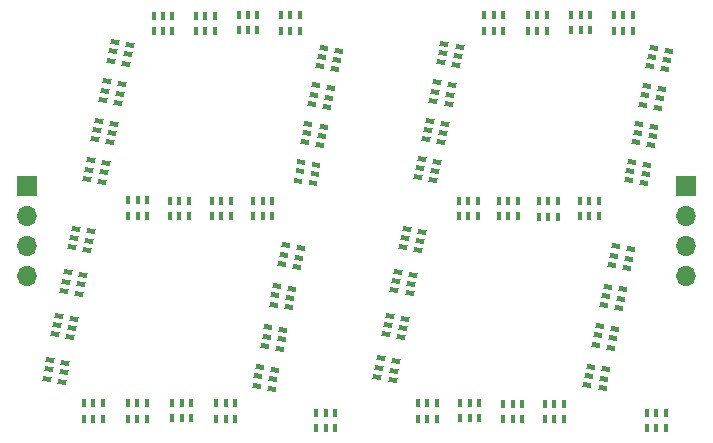
<source format=gbr>
%TF.GenerationSoftware,KiCad,Pcbnew,(6.0.7)*%
%TF.CreationDate,2024-10-25T16:04:42-07:00*%
%TF.ProjectId,segment_blinky,7365676d-656e-4745-9f62-6c696e6b792e,rev?*%
%TF.SameCoordinates,Original*%
%TF.FileFunction,Soldermask,Top*%
%TF.FilePolarity,Negative*%
%FSLAX46Y46*%
G04 Gerber Fmt 4.6, Leading zero omitted, Abs format (unit mm)*
G04 Created by KiCad (PCBNEW (6.0.7)) date 2024-10-25 16:04:42*
%MOMM*%
%LPD*%
G01*
G04 APERTURE LIST*
G04 Aperture macros list*
%AMRotRect*
0 Rectangle, with rotation*
0 The origin of the aperture is its center*
0 $1 length*
0 $2 width*
0 $3 Rotation angle, in degrees counterclockwise*
0 Add horizontal line*
21,1,$1,$2,0,0,$3*%
G04 Aperture macros list end*
%ADD10RotRect,0.700000X0.400000X169.000000*%
%ADD11RotRect,0.700000X0.400000X349.000000*%
%ADD12R,0.400000X0.700000*%
%ADD13RotRect,0.700000X0.400000X170.000000*%
%ADD14R,1.700000X1.700000*%
%ADD15O,1.700000X1.700000*%
G04 APERTURE END LIST*
D10*
%TO.C,D7*%
X125834227Y-57711135D03*
X124558112Y-57463083D03*
X125681580Y-58496437D03*
X124405464Y-58248385D03*
X124252817Y-59033687D03*
X125528932Y-59281739D03*
%TD*%
%TO.C,D6*%
X126503754Y-54533751D03*
X125227639Y-54285699D03*
X126351107Y-55319053D03*
X125074991Y-55071001D03*
X124922344Y-55856303D03*
X126198459Y-56104355D03*
%TD*%
%TO.C,D42*%
X149859470Y-78098085D03*
X148583355Y-77850033D03*
X149706823Y-78883387D03*
X148430707Y-78635335D03*
X148278060Y-79420637D03*
X149554175Y-79668689D03*
%TD*%
%TO.C,D36*%
X154422823Y-54541747D03*
X153146708Y-54293695D03*
X154270176Y-55327049D03*
X152994060Y-55078997D03*
X152841413Y-55864299D03*
X154117528Y-56112351D03*
%TD*%
D11*
%TO.C,D24*%
X105872595Y-62019100D03*
X107148710Y-62267152D03*
X106025242Y-61233798D03*
X107301358Y-61481850D03*
X107454005Y-60696548D03*
X106177890Y-60448496D03*
%TD*%
D10*
%TO.C,D14*%
X121110429Y-81569405D03*
X119834314Y-81321353D03*
X120957782Y-82354707D03*
X119681666Y-82106655D03*
X119529019Y-82891957D03*
X120805134Y-83140009D03*
%TD*%
D11*
%TO.C,D26*%
X107209392Y-55368078D03*
X108485507Y-55616130D03*
X107362039Y-54582776D03*
X108638155Y-54830828D03*
X108790802Y-54045526D03*
X107514687Y-53797474D03*
%TD*%
%TO.C,D50*%
X131212268Y-74811483D03*
X132488383Y-75059535D03*
X131364915Y-74026181D03*
X132641031Y-74274233D03*
X132793678Y-73488931D03*
X131517563Y-73240879D03*
%TD*%
D10*
%TO.C,D8*%
X125205709Y-60962285D03*
X123929594Y-60714233D03*
X125053062Y-61747587D03*
X123776946Y-61499535D03*
X123624299Y-62284837D03*
X124900414Y-62532889D03*
%TD*%
D12*
%TO.C,D15*%
X117710309Y-85680674D03*
X117710309Y-84380674D03*
X116910309Y-85680674D03*
X116910309Y-84380674D03*
X116110309Y-84380674D03*
X116110309Y-85680674D03*
%TD*%
%TO.C,D59*%
X146919367Y-67262015D03*
X146919367Y-68562015D03*
X147719367Y-67262015D03*
X147719367Y-68562015D03*
X148519367Y-68562015D03*
X148519367Y-67262015D03*
%TD*%
D11*
%TO.C,D22*%
X103938504Y-71160118D03*
X105214619Y-71408170D03*
X104091151Y-70374816D03*
X105367267Y-70622868D03*
X105519914Y-69837566D03*
X104243799Y-69589514D03*
%TD*%
%TO.C,D55*%
X135139587Y-55525276D03*
X136415702Y-55773328D03*
X135292234Y-54739974D03*
X136568350Y-54988026D03*
X136720997Y-54202724D03*
X135444882Y-53954672D03*
%TD*%
D10*
%TO.C,D39*%
X152620027Y-64172319D03*
X151343912Y-63924267D03*
X152467380Y-64957621D03*
X151191264Y-64709569D03*
X151038617Y-65494871D03*
X152314732Y-65742923D03*
%TD*%
D12*
%TO.C,D44*%
X145556581Y-85715510D03*
X145556581Y-84415510D03*
X144756581Y-85715510D03*
X144756581Y-84415510D03*
X143956581Y-84415510D03*
X143956581Y-85715510D03*
%TD*%
D11*
%TO.C,D48*%
X129768853Y-82162483D03*
X131044968Y-82410535D03*
X129921500Y-81377181D03*
X131197616Y-81625233D03*
X131350263Y-80839931D03*
X130074148Y-80591879D03*
%TD*%
D13*
%TO.C,D9*%
X124591456Y-64172052D03*
X123311206Y-63946309D03*
X124452537Y-64959898D03*
X123172287Y-64734156D03*
X123033368Y-65522002D03*
X124313618Y-65747745D03*
%TD*%
D12*
%TO.C,D46*%
X138384507Y-85661787D03*
X138384507Y-84361787D03*
X137584507Y-85661787D03*
X137584507Y-84361787D03*
X136784507Y-84361787D03*
X136784507Y-85661787D03*
%TD*%
D10*
%TO.C,D11*%
X123275957Y-71265924D03*
X121999842Y-71017872D03*
X123123310Y-72051226D03*
X121847194Y-71803174D03*
X121694547Y-72588476D03*
X122970662Y-72836528D03*
%TD*%
D12*
%TO.C,D4*%
X118012765Y-51514015D03*
X118012765Y-52814015D03*
X118812765Y-51514015D03*
X118812765Y-52814015D03*
X119612765Y-52814015D03*
X119612765Y-51514015D03*
%TD*%
D11*
%TO.C,D49*%
X130487002Y-78538544D03*
X131763117Y-78786596D03*
X130639649Y-77753242D03*
X131915765Y-78001294D03*
X132068412Y-77215992D03*
X130792297Y-76967940D03*
%TD*%
D10*
%TO.C,D38*%
X153220857Y-60977766D03*
X151944742Y-60729714D03*
X153068210Y-61763068D03*
X151792094Y-61515016D03*
X151639447Y-62300318D03*
X152915562Y-62548370D03*
%TD*%
D14*
%TO.C,J2*%
X155900000Y-66000000D03*
D15*
X155900000Y-68540000D03*
X155900000Y-71080000D03*
X155900000Y-73620000D03*
%TD*%
D11*
%TO.C,D53*%
X133879727Y-62031701D03*
X135155842Y-62279753D03*
X134032374Y-61246399D03*
X135308490Y-61494451D03*
X135461137Y-60709149D03*
X134185022Y-60461097D03*
%TD*%
%TO.C,D54*%
X134514268Y-58784994D03*
X135790383Y-59033046D03*
X134666915Y-57999692D03*
X135943031Y-58247744D03*
X136095678Y-57462442D03*
X134819563Y-57214390D03*
%TD*%
%TO.C,D21*%
X103235634Y-74863650D03*
X104511749Y-75111702D03*
X103388281Y-74078348D03*
X104664397Y-74326400D03*
X104817044Y-73541098D03*
X103540929Y-73293046D03*
%TD*%
D12*
%TO.C,D56*%
X136671627Y-67248585D03*
X136671627Y-68548585D03*
X137471627Y-67248585D03*
X137471627Y-68548585D03*
X138271627Y-68548585D03*
X138271627Y-67248585D03*
%TD*%
%TO.C,D17*%
X110222230Y-85682793D03*
X110222230Y-84382793D03*
X109422230Y-85682793D03*
X109422230Y-84382793D03*
X108622230Y-84382793D03*
X108622230Y-85682793D03*
%TD*%
%TO.C,D28*%
X112196099Y-67242268D03*
X112196099Y-68542268D03*
X112996099Y-67242268D03*
X112996099Y-68542268D03*
X113796099Y-68542268D03*
X113796099Y-67242268D03*
%TD*%
%TO.C,D45*%
X142010836Y-85706556D03*
X142010836Y-84406556D03*
X141210836Y-85706556D03*
X141210836Y-84406556D03*
X140410836Y-84406556D03*
X140410836Y-85706556D03*
%TD*%
D10*
%TO.C,D43*%
X149133286Y-81521614D03*
X147857171Y-81273562D03*
X148980639Y-82306916D03*
X147704523Y-82058864D03*
X147551876Y-82844166D03*
X148827991Y-83092218D03*
%TD*%
D12*
%TO.C,D47*%
X133202946Y-85679695D03*
X133202946Y-84379695D03*
X134002946Y-84379695D03*
X134002946Y-85679695D03*
X134802946Y-84379695D03*
X134802946Y-85679695D03*
%TD*%
%TO.C,D27*%
X108670487Y-67208368D03*
X108670487Y-68508368D03*
X109470487Y-67208368D03*
X109470487Y-68508368D03*
X110270487Y-68508368D03*
X110270487Y-67208368D03*
%TD*%
%TO.C,D60*%
X152588832Y-85203224D03*
X152588832Y-86503224D03*
X153388832Y-85203224D03*
X153388832Y-86503224D03*
X154188832Y-86503224D03*
X154188832Y-85203224D03*
%TD*%
%TO.C,D57*%
X140042771Y-67262015D03*
X140042771Y-68562015D03*
X140842771Y-67262015D03*
X140842771Y-68562015D03*
X141642771Y-68562015D03*
X141642771Y-67262015D03*
%TD*%
%TO.C,D30*%
X119255799Y-67242268D03*
X119255799Y-68542268D03*
X120055799Y-67242268D03*
X120055799Y-68542268D03*
X120855799Y-68542268D03*
X120855799Y-67242268D03*
%TD*%
%TO.C,D31*%
X124590246Y-85199240D03*
X124590246Y-86499240D03*
X125390246Y-85199240D03*
X125390246Y-86499240D03*
X126190246Y-86499240D03*
X126190246Y-85199240D03*
%TD*%
%TO.C,D35*%
X149800953Y-51540609D03*
X149800953Y-52840609D03*
X150600953Y-51540609D03*
X150600953Y-52840609D03*
X151400953Y-52840609D03*
X151400953Y-51540609D03*
%TD*%
%TO.C,D34*%
X146183578Y-51495840D03*
X146183578Y-52795840D03*
X146983578Y-51495840D03*
X146983578Y-52795840D03*
X147783578Y-52795840D03*
X147783578Y-51495840D03*
%TD*%
%TO.C,D32*%
X138832425Y-51531656D03*
X138832425Y-52831656D03*
X139632425Y-51531656D03*
X139632425Y-52831656D03*
X140432425Y-52831656D03*
X140432425Y-51531656D03*
%TD*%
%TO.C,D58*%
X143427345Y-67288877D03*
X143427345Y-68588877D03*
X144227345Y-67288877D03*
X144227345Y-68588877D03*
X145027345Y-68588877D03*
X145027345Y-67288877D03*
%TD*%
D10*
%TO.C,D37*%
X153847630Y-57772270D03*
X152571515Y-57524218D03*
X153694983Y-58557572D03*
X152418867Y-58309520D03*
X152266220Y-59094822D03*
X153542335Y-59342874D03*
%TD*%
%TO.C,D12*%
X122558405Y-74700950D03*
X121282290Y-74452898D03*
X122405758Y-75486252D03*
X121129642Y-75238200D03*
X120976995Y-76023502D03*
X122253110Y-76271554D03*
%TD*%
D12*
%TO.C,D2*%
X110813829Y-51554308D03*
X110813829Y-52854308D03*
X111613829Y-51554308D03*
X111613829Y-52854308D03*
X112413829Y-52854308D03*
X112413829Y-51554308D03*
%TD*%
%TO.C,D33*%
X142485617Y-51549563D03*
X142485617Y-52849563D03*
X143285617Y-51549563D03*
X143285617Y-52849563D03*
X144085617Y-52849563D03*
X144085617Y-51549563D03*
%TD*%
D11*
%TO.C,D51*%
X131943848Y-71163150D03*
X133219963Y-71411202D03*
X132096495Y-70377848D03*
X133372611Y-70625900D03*
X133525258Y-69840598D03*
X132249143Y-69592546D03*
%TD*%
%TO.C,D19*%
X101774444Y-82296223D03*
X103050559Y-82544275D03*
X101927091Y-81510921D03*
X103203207Y-81758973D03*
X103355854Y-80973671D03*
X102079739Y-80725619D03*
%TD*%
D12*
%TO.C,D29*%
X115755612Y-67250743D03*
X115755612Y-68550743D03*
X116555612Y-67250743D03*
X116555612Y-68550743D03*
X117355612Y-68550743D03*
X117355612Y-67250743D03*
%TD*%
D11*
%TO.C,D52*%
X133200417Y-65250744D03*
X134476532Y-65498796D03*
X133353064Y-64465442D03*
X134629180Y-64713494D03*
X134781827Y-63928192D03*
X133505712Y-63680140D03*
%TD*%
D10*
%TO.C,D13*%
X121808365Y-78196900D03*
X120532250Y-77948848D03*
X121655718Y-78982202D03*
X120379602Y-78734150D03*
X120226955Y-79519452D03*
X121503070Y-79767504D03*
%TD*%
D12*
%TO.C,D5*%
X121598803Y-51540877D03*
X121598803Y-52840877D03*
X122398803Y-51540877D03*
X122398803Y-52840877D03*
X123198803Y-52840877D03*
X123198803Y-51540877D03*
%TD*%
D14*
%TO.C,J1*%
X100100000Y-66000000D03*
D15*
X100100000Y-68540000D03*
X100100000Y-71080000D03*
X100100000Y-73620000D03*
%TD*%
D10*
%TO.C,D41*%
X150539967Y-74749326D03*
X149263852Y-74501274D03*
X150387320Y-75534628D03*
X149111204Y-75286576D03*
X148958557Y-76071878D03*
X150234672Y-76319930D03*
%TD*%
D11*
%TO.C,D23*%
X105195095Y-65379673D03*
X106471210Y-65627725D03*
X105347742Y-64594371D03*
X106623858Y-64842423D03*
X106776505Y-64057121D03*
X105500390Y-63809069D03*
%TD*%
D12*
%TO.C,D18*%
X106503811Y-85701862D03*
X106503811Y-84401862D03*
X105703811Y-85701862D03*
X105703811Y-84401862D03*
X104903811Y-84401862D03*
X104903811Y-85701862D03*
%TD*%
D11*
%TO.C,D25*%
X106550347Y-58696889D03*
X107826462Y-58944941D03*
X106702994Y-57911587D03*
X107979110Y-58159639D03*
X108131757Y-57374337D03*
X106855642Y-57126285D03*
%TD*%
D12*
%TO.C,D16*%
X113997856Y-85663724D03*
X113997856Y-84363724D03*
X113197856Y-85663724D03*
X113197856Y-84363724D03*
X112397856Y-84363724D03*
X112397856Y-85663724D03*
%TD*%
D10*
%TO.C,D40*%
X151211242Y-71341181D03*
X149935127Y-71093129D03*
X151058595Y-72126483D03*
X149782479Y-71878431D03*
X149629832Y-72663733D03*
X150905947Y-72911785D03*
%TD*%
D11*
%TO.C,D20*%
X102484340Y-78538494D03*
X103760455Y-78786546D03*
X102636987Y-77753192D03*
X103913103Y-78001244D03*
X104065750Y-77215942D03*
X102789635Y-76967890D03*
%TD*%
D12*
%TO.C,D3*%
X114386436Y-51567739D03*
X114386436Y-52867739D03*
X115186436Y-51567739D03*
X115186436Y-52867739D03*
X115986436Y-52867739D03*
X115986436Y-51567739D03*
%TD*%
M02*

</source>
